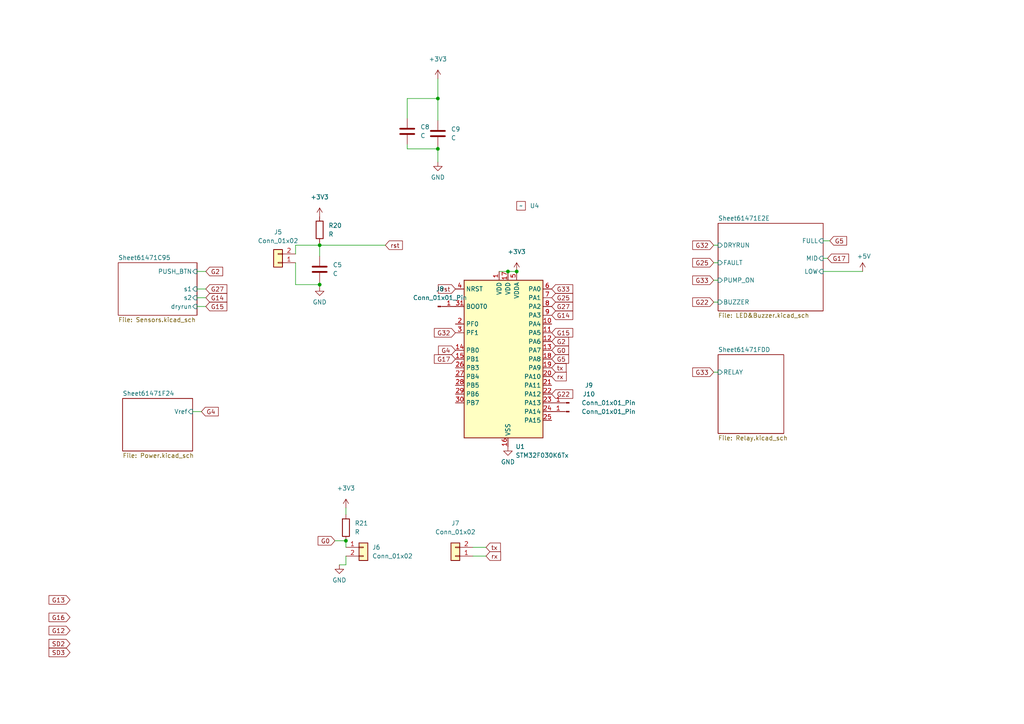
<source format=kicad_sch>
(kicad_sch (version 20230121) (generator eeschema)
  (paper "A4")
  (lib_symbols
    (symbol "Connector:Conn_01x01_Pin" (pin_names (offset 1.016) hide)
      (property "Reference" "J" (at 0 2.54 0))
      (property "Value" "Conn_01x01_Pin" (at 0 -2.54 0))
      (symbol "Conn_01x01_Pin_1_1"
        (polyline (pts (xy 1.27 0) (xy 0.8636 0)) (stroke (width 0.1524)))
        (rectangle (start 0.8636 0.127) (end 0 -0.127) (stroke (width 0.1524)) (fill (type outline)))
        (pin passive line (at 5.08 0 180) (length 3.81) (name "Pin_1") (number "1"))
      )
    )
    (symbol "Connector_Generic:Conn_01x02" (pin_names (offset 1.016) hide)
      (property "Reference" "J" (at 0 2.54 0))
      (property "Value" "Conn_01x02" (at 0 -5.08 0))
      (symbol "Conn_01x02_1_1"
        (rectangle (start -1.27 -2.413) (end 0 -2.667) (stroke (width 0.1524)))
        (rectangle (start -1.27 0.127) (end 0 -0.127) (stroke (width 0.1524)))
        (rectangle (start -1.27 1.27) (end 1.27 -3.81) (stroke (width 0.254)) (fill (type background)))
        (pin passive line (at -5.08 0 0) (length 3.81) (name "Pin_1") (number "1"))
        (pin passive line (at -5.08 -2.54 0) (length 3.81) (name "Pin_2") (number "2"))
      )
    )
    (symbol "Device:C" (pin_numbers hide) (pin_names (offset 0.254))
      (property "Reference" "C" (at 0.635 2.54 0))
      (property "Value" "C" (at 0.635 -2.54 0))
      (symbol "C_0_1"
        (polyline (pts (xy -2.032 -0.762) (xy 2.032 -0.762)) (stroke (width 0.508)))
        (polyline (pts (xy -2.032 0.762) (xy 2.032 0.762)) (stroke (width 0.508)))
      )
      (symbol "C_1_1"
        (pin passive line (at 0 3.81 270) (length 2.794) (name "~") (number "1"))
        (pin passive line (at 0 -3.81 90) (length 2.794) (name "~") (number "2"))
      )
    )
    (symbol "Device:R" (pin_numbers hide) (pin_names (offset 0))
      (property "Reference" "R" (at 2.032 0 90))
      (property "Value" "R" (at 0 0 90))
      (symbol "R_0_1"
        (rectangle (start -1.016 -2.54) (end 1.016 2.54) (stroke (width 0.254)))
      )
      (symbol "R_1_1"
        (pin passive line (at 0 3.81 270) (length 1.27) (name "~") (number "1"))
        (pin passive line (at 0 -3.81 90) (length 1.27) (name "~") (number "2"))
      )
    )
    (symbol "MCU_ST_STM32F0:STM32F030K6Tx"
      (property "Reference" "U" (at -10.16 24.13 0))
      (property "Value" "STM32F030K6Tx" (at 7.62 24.13 0))
      (symbol "STM32F030K6Tx_0_1"
        (rectangle (start -10.16 -22.86) (end 12.7 22.86) (stroke (width 0.254)) (fill (type background)))
      )
      (symbol "STM32F030K6Tx_1_1"
        (pin power_in line (at 0 25.4 270) (length 2.54) (name "VDD") (number "1"))
        (pin bidirectional line (at 15.24 10.16 180) (length 2.54) (name "PA4") (number "10"))
        (pin bidirectional line (at 15.24 7.62 180) (length 2.54) (name "PA5") (number "11"))
        (pin bidirectional line (at 15.24 5.08 180) (length 2.54) (name "PA6") (number "12"))
        (pin bidirectional line (at 15.24 2.54 180) (length 2.54) (name "PA7") (number "13"))
        (pin bidirectional line (at -12.7 2.54 0) (length 2.54) (name "PB0") (number "14"))
        (pin bidirectional line (at -12.7 0 0) (length 2.54) (name "PB1") (number "15"))
        (pin power_in line (at 2.54 -25.4 90) (length 2.54) (name "VSS") (number "16"))
        (pin power_in line (at 2.54 25.4 270) (length 2.54) (name "VDD") (number "17"))
        (pin bidirectional line (at 15.24 0 180) (length 2.54) (name "PA8") (number "18"))
        (pin bidirectional line (at 15.24 -2.54 180) (length 2.54) (name "PA9") (number "19"))
        (pin bidirectional line (at -12.7 10.16 0) (length 2.54) (name "PF0") (number "2"))
        (pin bidirectional line (at 15.24 -5.08 180) (length 2.54) (name "PA10") (number "20"))
        (pin bidirectional line (at 15.24 -7.62 180) (length 2.54) (name "PA11") (number "21"))
        (pin bidirectional line (at 15.24 -10.16 180) (length 2.54) (name "PA12") (number "22"))
        (pin bidirectional line (at 15.24 -12.7 180) (length 2.54) (name "PA13") (number "23"))
        (pin bidirectional line (at 15.24 -15.24 180) (length 2.54) (name "PA14") (number "24"))
        (pin bidirectional line (at 15.24 -17.78 180) (length 2.54) (name "PA15") (number "25"))
        (pin bidirectional line (at -12.7 -2.54 0) (length 2.54) (name "PB3") (number "26"))
        (pin bidirectional line (at -12.7 -5.08 0) (length 2.54) (name "PB4") (number "27"))
        (pin bidirectional line (at -12.7 -7.62 0) (length 2.54) (name "PB5") (number "28"))
        (pin bidirectional line (at -12.7 -10.16 0) (length 2.54) (name "PB6") (number "29"))
        (pin bidirectional line (at -12.7 7.62 0) (length 2.54) (name "PF1") (number "3"))
        (pin bidirectional line (at -12.7 -12.7 0) (length 2.54) (name "PB7") (number "30"))
        (pin input line (at -12.7 15.24 0) (length 2.54) (name "BOOT0") (number "31"))
        (pin passive line (at 2.54 -25.4 90) (length 2.54) hide (name "VSS") (number "32"))
        (pin input line (at -12.7 20.32 0) (length 2.54) (name "NRST") (number "4"))
        (pin power_in line (at 5.08 25.4 270) (length 2.54) (name "VDDA") (number "5"))
        (pin bidirectional line (at 15.24 20.32 180) (length 2.54) (name "PA0") (number "6"))
        (pin bidirectional line (at 15.24 17.78 180) (length 2.54) (name "PA1") (number "7"))
        (pin bidirectional line (at 15.24 15.24 180) (length 2.54) (name "PA2") (number "8"))
        (pin bidirectional line (at 15.24 12.7 180) (length 2.54) (name "PA3") (number "9"))
      )
    )
    (symbol "Mylib:a7670c_gsm"
      (property "Reference" "U" (at 0 0 90))
      (symbol "a7670c_gsm_0_1"
        (polyline (pts (xy 1.27 1.27) (xy 1.27 -1.27) (xy -1.27 -1.27) (xy -1.27 1.27) (xy 1.27 1.27) (xy -1.27 1.27)))
      )
    )
    (symbol "power:+3.3V" (power) (pin_names (offset 0))
      (property "Value" "+3.3V" (at 0 3.556 0))
      (symbol "+3.3V_0_1"
        (polyline (pts (xy -0.762 1.27) (xy 0 2.54)))
        (polyline (pts (xy 0 0) (xy 0 2.54)))
        (polyline (pts (xy 0 2.54) (xy 0.762 1.27)))
      )
      (symbol "+3.3V_1_1"
        (pin power_in line (at 0 0 90) (length 0) hide (name "+3V3") (number "1"))
      )
    )
    (symbol "power:+5V" (power) (pin_names (offset 0))
      (property "Value" "+5V" (at 0 3.556 0))
      (symbol "+5V_0_1"
        (polyline (pts (xy -0.762 1.27) (xy 0 2.54)))
        (polyline (pts (xy 0 0) (xy 0 2.54)))
        (polyline (pts (xy 0 2.54) (xy 0.762 1.27)))
      )
      (symbol "+5V_1_1"
        (pin power_in line (at 0 0 90) (length 0) hide (name "+5V") (number "1"))
      )
    )
    (symbol "power:GND" (power) (pin_names (offset 0))
      (property "Value" "GND" (at 0 -3.81 0))
      (symbol "GND_0_1"
        (polyline (pts (xy 0 0) (xy 0 -1.27) (xy 1.27 -1.27) (xy 0 -2.54) (xy -1.27 -1.27) (xy 0 -1.27)))
      )
      (symbol "GND_1_1"
        (pin power_in line (at 0 0 270) (length 0) hide (name "GND") (number "1"))
      )
    )
  )
  (junction (at 127 43.18))
  (junction (at 147.32 78.74))
  (junction (at 149.86 78.74))
  (junction (at 127 28.575))
  (junction (at 92.71 71.12))
  (junction (at 92.71 82.55))
  (junction (at 100.33 156.845))
  (wire (pts (xy 118.11 28.575) (xy 127 28.575)))
  (wire (pts (xy 100.33 156.845) (xy 100.33 158.75)))
  (wire (pts (xy 100.33 161.29) (xy 100.33 163.83)))
  (wire (pts (xy 59.69 83.82) (xy 57.15 83.82)))
  (wire (pts (xy 207.01 71.12) (xy 208.28 71.12)))
  (wire (pts (xy 238.76 78.74) (xy 250.19 78.74)))
  (wire (pts (xy 137.16 161.29) (xy 140.97 161.29)))
  (wire (pts (xy 85.725 71.12) (xy 92.71 71.12)))
  (wire (pts (xy 207.01 81.28) (xy 208.28 81.28)))
  (wire (pts (xy 207.01 76.2) (xy 208.28 76.2)))
  (wire (pts (xy 59.69 78.74) (xy 57.15 78.74)))
  (wire (pts (xy 238.76 74.93) (xy 240.03 74.93)))
  (wire (pts (xy 127 28.575) (xy 127 22.86)))
  (wire (pts (xy 137.16 158.75) (xy 140.97 158.75)))
  (wire (pts (xy 92.71 82.55) (xy 92.71 81.915)))
  (wire (pts (xy 127 43.18) (xy 118.11 43.18)))
  (wire (pts (xy 118.11 34.29) (xy 118.11 28.575)))
  (wire (pts (xy 118.11 43.18) (xy 118.11 41.91)))
  (wire (pts (xy 207.01 107.95) (xy 208.28 107.95)))
  (wire (pts (xy 127 46.99) (xy 127 43.18)))
  (wire (pts (xy 127 43.18) (xy 127 42.545)))
  (wire (pts (xy 92.71 83.185) (xy 92.71 82.55)))
  (wire (pts (xy 85.725 73.66) (xy 85.725 71.12)))
  (wire (pts (xy 92.71 71.12) (xy 92.71 74.295)))
  (wire (pts (xy 97.155 156.845) (xy 100.33 156.845)))
  (wire (pts (xy 127 34.925) (xy 127 28.575)))
  (wire (pts (xy 144.78 78.74) (xy 147.32 78.74)))
  (wire (pts (xy 92.71 70.485) (xy 92.71 71.12)))
  (wire (pts (xy 92.71 71.12) (xy 111.76 71.12)))
  (wire (pts (xy 59.69 86.36) (xy 57.15 86.36)))
  (wire (pts (xy 100.33 147.32) (xy 100.33 149.225)))
  (wire (pts (xy 100.33 163.83) (xy 98.425 163.83)))
  (wire (pts (xy 207.01 87.63) (xy 208.28 87.63)))
  (wire (pts (xy 58.42 119.38) (xy 55.88 119.38)))
  (wire (pts (xy 238.76 69.85) (xy 240.665 69.85)))
  (wire (pts (xy 85.725 82.55) (xy 92.71 82.55)))
  (wire (pts (xy 59.69 88.9) (xy 57.15 88.9)))
  (wire (pts (xy 85.725 76.2) (xy 85.725 82.55)))
  (wire (pts (xy 147.32 78.74) (xy 149.86 78.74)))
  (global_label "G5" (shape input) (at 160.02 104.14 0) (property "Intersheetrefs" "${INTERSHEET_REFS}" (effects hide)))
  (global_label "G12" (shape input) (at 20.32 182.88 180) (property "Intersheetrefs" "${INTERSHEET_REFS}" (effects hide)))
  (global_label "rx" (shape input) (at 140.97 161.29 0) (property "Intersheetrefs" "${INTERSHEET_REFS}" (effects hide)))
  (global_label "G17" (shape input) (at 132.08 104.14 180) (property "Intersheetrefs" "${INTERSHEET_REFS}" (effects hide)))
  (global_label "rst" (shape input) (at 132.08 83.82 180) (property "Intersheetrefs" "${INTERSHEET_REFS}" (effects hide)))
  (global_label "G0" (shape input) (at 160.02 101.6 0) (property "Intersheetrefs" "${INTERSHEET_REFS}" (effects hide)))
  (global_label "G22" (shape input) (at 207.01 87.63 180) (property "Intersheetrefs" "${INTERSHEET_REFS}" (effects hide)))
  (global_label "rst" (shape input) (at 111.76 71.12 0) (property "Intersheetrefs" "${INTERSHEET_REFS}" (effects hide)))
  (global_label "G14" (shape input) (at 160.02 91.44 0) (property "Intersheetrefs" "${INTERSHEET_REFS}" (effects hide)))
  (global_label "tx" (shape input) (at 140.97 158.75 0) (property "Intersheetrefs" "${INTERSHEET_REFS}" (effects hide)))
  (global_label "SD3" (shape input) (at 20.32 189.23 180) (property "Intersheetrefs" "${INTERSHEET_REFS}" (effects hide)))
  (global_label "G2" (shape input) (at 59.69 78.74 0) (property "Intersheetrefs" "${INTERSHEET_REFS}" (effects hide)))
  (global_label "G2" (shape input) (at 160.02 99.06 0) (property "Intersheetrefs" "${INTERSHEET_REFS}" (effects hide)))
  (global_label "G5" (shape input) (at 240.665 69.85 0) (property "Intersheetrefs" "${INTERSHEET_REFS}" (effects hide)))
  (global_label "G13" (shape input) (at 20.32 173.99 180) (property "Intersheetrefs" "${INTERSHEET_REFS}" (effects hide)))
  (global_label "G33" (shape input) (at 207.01 81.28 180) (property "Intersheetrefs" "${INTERSHEET_REFS}" (effects hide)))
  (global_label "SD2" (shape input) (at 20.32 186.69 180) (property "Intersheetrefs" "${INTERSHEET_REFS}" (effects hide)))
  (global_label "G0" (shape input) (at 97.155 156.845 180) (property "Intersheetrefs" "${INTERSHEET_REFS}" (effects hide)))
  (global_label "G15" (shape input) (at 59.69 88.9 0) (property "Intersheetrefs" "${INTERSHEET_REFS}" (effects hide)))
  (global_label "G32" (shape input) (at 207.01 71.12 180) (property "Intersheetrefs" "${INTERSHEET_REFS}" (effects hide)))
  (global_label "G33" (shape input) (at 207.01 107.95 180) (property "Intersheetrefs" "${INTERSHEET_REFS}" (effects hide)))
  (global_label "G4" (shape input) (at 132.08 101.6 180) (property "Intersheetrefs" "${INTERSHEET_REFS}" (effects hide)))
  (global_label "G4" (shape input) (at 58.42 119.38 0) (property "Intersheetrefs" "${INTERSHEET_REFS}" (effects hide)))
  (global_label "rx" (shape input) (at 160.02 109.22 0) (property "Intersheetrefs" "${INTERSHEET_REFS}" (effects hide)))
  (global_label "G33" (shape input) (at 160.02 83.82 0) (property "Intersheetrefs" "${INTERSHEET_REFS}" (effects hide)))
  (global_label "G25" (shape input) (at 160.02 86.36 0) (property "Intersheetrefs" "${INTERSHEET_REFS}" (effects hide)))
  (global_label "G25" (shape input) (at 207.01 76.2 180) (property "Intersheetrefs" "${INTERSHEET_REFS}" (effects hide)))
  (global_label "tx" (shape input) (at 160.02 106.68 0) (property "Intersheetrefs" "${INTERSHEET_REFS}" (effects hide)))
  (global_label "G17" (shape input) (at 240.03 74.93 0) (property "Intersheetrefs" "${INTERSHEET_REFS}" (effects hide)))
  (global_label "G16" (shape input) (at 20.32 179.07 180) (property "Intersheetrefs" "${INTERSHEET_REFS}" (effects hide)))
  (global_label "G32" (shape input) (at 132.08 96.52 180) (property "Intersheetrefs" "${INTERSHEET_REFS}" (effects hide)))
  (global_label "G27" (shape input) (at 160.02 88.9 0) (property "Intersheetrefs" "${INTERSHEET_REFS}" (effects hide)))
  (global_label "G27" (shape input) (at 59.69 83.82 0) (property "Intersheetrefs" "${INTERSHEET_REFS}" (effects hide)))
  (global_label "G15" (shape input) (at 160.02 96.52 0) (property "Intersheetrefs" "${INTERSHEET_REFS}" (effects hide)))
  (global_label "G14" (shape input) (at 59.69 86.36 0) (property "Intersheetrefs" "${INTERSHEET_REFS}" (effects hide)))
  (global_label "G22" (shape input) (at 160.02 114.3 0) (property "Intersheetrefs" "${INTERSHEET_REFS}" (effects hide)))
  (symbol (lib_id "power:+5V") (at 250.19 78.74 0) (unit 1)
    (property "Reference" "#PWR0105" (effects hide))
    (property "Value" "+5V" (at 250.571 74.3458 0))
  )
  (symbol (lib_id "Device:C") (at 92.71 78.105 0) (unit 1)
    (property "Reference" "C5" (at 96.52 76.8349 0) (effects (justify left)))
    (property "Value" "C" (at 96.52 79.3749 0) (effects (justify left)))
    (property "Footprint" "Capacitor_THT:CP_Radial_D5.0mm_P2.50mm" (effects hide))
  )
  (symbol (lib_id "power:GND") (at 147.32 129.54 0) (unit 1)
    (property "Reference" "#PWR0123" (effects hide))
    (property "Value" "GND" (at 147.32 133.985 0))
  )
  (symbol (lib_id "Connector_Generic:Conn_01x02") (at 80.645 76.2 180) (unit 1)
    (property "Reference" "J5" (at 80.645 67.31 0))
    (property "Value" "Conn_01x02" (at 80.645 69.85 0))
    (property "Footprint" "Connector_PinHeader_2.54mm:PinHeader_1x02_P2.54mm_Vertical" (effects hide))
  )
  (symbol (lib_id "MCU_ST_STM32F0:STM32F030K6Tx") (at 144.78 104.14 0) (unit 1)
    (property "Reference" "U1" (at 149.5141 129.54 0) (effects (justify left)))
    (property "Value" "STM32F030K6Tx" (at 149.5141 132.08 0) (effects (justify left)))
    (property "Footprint" "Package_QFP:LQFP-32_7x7mm_P0.8mm" (effects hide))
    (property "Datasheet" "https://www.st.com/resource/en/datasheet/stm32f030k6.pdf" (effects hide))
  )
  (symbol (lib_id "power:GND") (at 98.425 163.83 0) (unit 1)
    (property "Reference" "#PWR0124" (effects hide))
    (property "Value" "GND" (at 98.425 168.275 0))
  )
  (symbol (lib_id "power:+3.3V") (at 149.86 78.74 0) (unit 1)
    (property "Reference" "#PWR0117" (effects hide))
    (property "Value" "+3.3V" (at 149.86 73.025 0))
  )
  (symbol (lib_id "Mylib:a7670c_gsm") (at 151.13 59.69 0) (unit 1)
    (property "Reference" "U4" (at 153.67 59.69 0) (effects (justify left)))
    (property "Value" "~" (at 151.13 59.69 0))
    (property "Footprint" "Mylib:a7670c gsm" (effects hide))
  )
  (symbol (lib_id "power:+3.3V") (at 127 22.86 0) (unit 1)
    (property "Reference" "#PWR0119" (effects hide))
    (property "Value" "+3.3V" (at 127 17.145 0))
  )
  (symbol (lib_id "Device:R") (at 100.33 153.035 0) (unit 1)
    (property "Reference" "R21" (at 102.87 151.7649 0) (effects (justify left)))
    (property "Value" "R" (at 102.87 154.3049 0) (effects (justify left)))
    (property "Footprint" "Resistor_THT:R_Axial_DIN0207_L6.3mm_D2.5mm_P10.16mm_Horizontal" (effects hide))
  )
  (symbol (lib_id "Connector_Generic:Conn_01x02") (at 105.41 158.75 0) (unit 1)
    (property "Reference" "J6" (at 107.95 158.7499 0) (effects (justify left)))
    (property "Value" "Conn_01x02" (at 107.95 161.2899 0) (effects (justify left)))
    (property "Footprint" "Connector_PinHeader_2.54mm:PinHeader_1x02_P2.54mm_Vertical" (effects hide))
  )
  (symbol (lib_id "Connector_Generic:Conn_01x02") (at 132.08 161.29 180) (unit 1)
    (property "Reference" "J7" (at 132.08 151.765 0))
    (property "Value" "Conn_01x02" (at 132.08 154.305 0))
    (property "Footprint" "Connector_PinHeader_2.54mm:PinHeader_1x02_P2.54mm_Vertical" (effects hide))
  )
  (symbol (lib_id "Device:C") (at 127 38.735 0) (unit 1)
    (property "Reference" "C9" (at 130.81 37.4649 0) (effects (justify left)))
    (property "Value" "C" (at 130.81 40.0049 0) (effects (justify left)))
    (property "Footprint" "Capacitor_THT:CP_Radial_D5.0mm_P2.50mm" (effects hide))
  )
  (symbol (lib_id "Connector:Conn_01x01_Pin") (at 127 88.9 0) (unit 1)
    (property "Reference" "J8" (at 127.635 83.82 0))
    (property "Value" "Conn_01x01_Pin" (at 127.635 86.36 0))
    (property "Footprint" "Connector_PinHeader_2.54mm:PinHeader_1x01_P2.54mm_Vertical" (effects hide))
  )
  (symbol (lib_id "Device:R") (at 92.71 66.675 0) (unit 1)
    (property "Reference" "R20" (at 95.25 65.4049 0) (effects (justify left)))
    (property "Value" "R" (at 95.25 67.9449 0) (effects (justify left)))
    (property "Footprint" "Resistor_THT:R_Axial_DIN0207_L6.3mm_D2.5mm_P10.16mm_Horizontal" (effects hide))
  )
  (symbol (lib_id "Device:C") (at 118.11 38.1 0) (unit 1)
    (property "Reference" "C8" (at 121.92 36.8299 0) (effects (justify left)))
    (property "Value" "C" (at 121.92 39.3699 0) (effects (justify left)))
    (property "Footprint" "myLib:CP_Radial_D5.0mm_P2.50mm" (effects hide))
  )
  (symbol (lib_id "Connector:Conn_01x01_Pin") (at 165.1 119.38 180) (unit 1)
    (property "Reference" "J10" (at 170.815 114.3 0))
    (property "Value" "Conn_01x01_Pin" (at 176.53 119.38 0))
    (property "Footprint" "Connector_PinHeader_2.54mm:PinHeader_1x01_P2.54mm_Vertical" (effects hide))
  )
  (symbol (lib_id "Connector:Conn_01x01_Pin") (at 165.1 116.84 180) (unit 1)
    (property "Reference" "J9" (at 170.815 111.76 0))
    (property "Value" "Conn_01x01_Pin" (at 176.53 116.84 0))
    (property "Footprint" "Connector_PinHeader_2.54mm:PinHeader_1x01_P2.54mm_Vertical" (effects hide))
  )
  (symbol (lib_id "power:GND") (at 92.71 83.185 0) (unit 1)
    (property "Reference" "#PWR0121" (effects hide))
    (property "Value" "GND" (at 92.71 87.63 0))
  )
  (symbol (lib_id "power:+3.3V") (at 100.33 147.32 0) (unit 1)
    (property "Reference" "#PWR0125" (effects hide))
    (property "Value" "+3.3V" (at 100.33 141.605 0))
  )
  (symbol (lib_id "power:GND") (at 127 46.99 0) (unit 1)
    (property "Reference" "#PWR0118" (effects hide))
    (property "Value" "GND" (at 127 51.435 0))
  )
  (symbol (lib_id "power:+3.3V") (at 92.71 62.865 0) (unit 1)
    (property "Reference" "#PWR0110" (effects hide))
    (property "Value" "+3.3V" (at 92.71 57.15 0))
  )
  (sheet (at 34.29 76.2) (size 22.86 15.24)
    (property "Sheetname" "Sheet61471C95" (at 34.29 75.4884 0) (effects (justify left bottom)))
    (property "Sheetfile" "Sensors.kicad_sch" (at 34.29 92.0246 0) (effects (justify left top)))
    (pin "s2" input (at 57.15 86.36 0))
    (pin "PUSH_BTN" input (at 57.15 78.74 0))
    (pin "s1" input (at 57.15 83.82 0))
    (pin "dryrun" input (at 57.15 88.9 0))
  )
  (sheet (at 208.28 64.77) (size 30.48 25.4)
    (property "Sheetname" "Sheet61471E2E" (at 208.28 64.0584 0) (effects (justify left bottom)))
    (property "Sheetfile" "LED&Buzzer.kicad_sch" (at 208.28 90.7546 0) (effects (justify left top)))
    (pin "DRYRUN" input (at 208.28 71.12 180))
    (pin "FAULT" input (at 208.28 76.2 180))
    (pin "PUMP_ON" input (at 208.28 81.28 180))
    (pin "FULL" input (at 238.76 69.85 0))
    (pin "MID" input (at 238.76 74.93 0))
    (pin "LOW" input (at 238.76 78.74 0))
    (pin "BUZZER" input (at 208.28 87.63 180))
  )
  (sheet (at 35.56 115.57) (size 20.32 15.24)
    (property "Sheetname" "Sheet61471F24" (at 35.56 114.8584 0) (effects (justify left bottom)))
    (property "Sheetfile" "Power.kicad_sch" (at 35.56 131.3946 0) (effects (justify left top)))
    (pin "Vref" input (at 55.88 119.38 0))
  )
  (sheet (at 208.28 102.87) (size 19.05 22.86)
    (property "Sheetname" "Sheet61471FDD" (at 208.28 102.1584 0) (effects (justify left bottom)))
    (property "Sheetfile" "Relay.kicad_sch" (at 208.28 126.3146 0) (effects (justify left top)))
    (pin "RELAY" input (at 208.28 107.95 180))
  )
)
</source>
